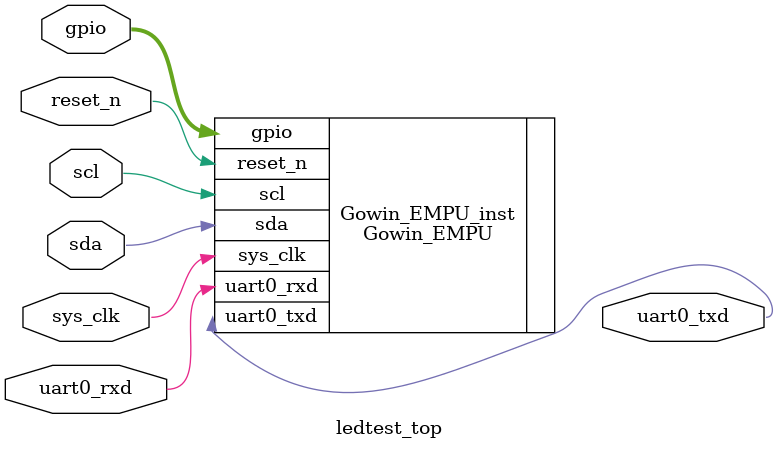
<source format=v>
module ledtest_top (
  sys_clk,
  gpio,
  reset_n,
  uart0_txd,
  uart0_rxd,
  scl,
  sda
  
);
input sys_clk ;
inout [15:0] gpio /* synthesis syn_tristate = 1 */ ;
input reset_n;
output uart0_txd;
input uart0_rxd;
inout scl;
inout sda;

Gowin_EMPU Gowin_EMPU_inst(
    .sys_clk(sys_clk),
    .gpio(gpio),
    .reset_n(reset_n),
    .uart0_txd(uart0_txd),
    .uart0_rxd(uart0_rxd),
    .scl(scl),
    .sda(sda)
);
endmodule
</source>
